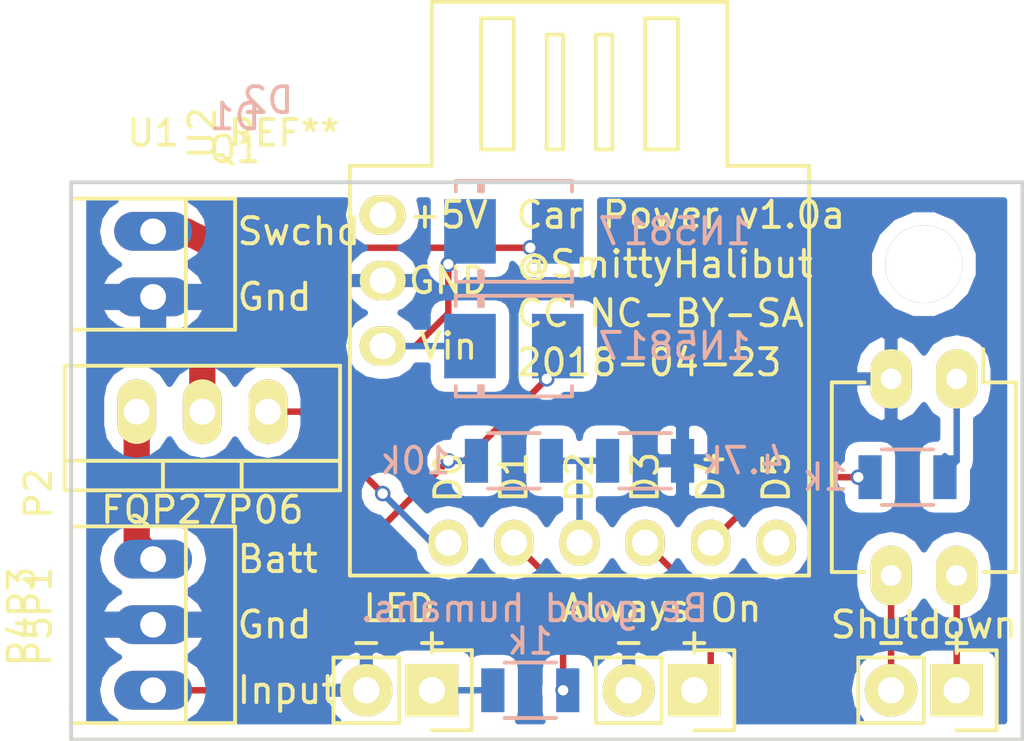
<source format=kicad_pcb>
(kicad_pcb (version 4) (host pcbnew 4.0.2+dfsg1-stable)

  (general
    (links 23)
    (no_connects 0)
    (area 126.51 57.509999 166.505001 86.435001)
    (thickness 1.6)
    (drawings 33)
    (tracks 65)
    (zones 0)
    (modules 15)
    (nets 17)
  )

  (page A4)
  (layers
    (0 F.Cu signal)
    (31 B.Cu signal)
    (32 B.Adhes user)
    (33 F.Adhes user)
    (34 B.Paste user)
    (35 F.Paste user)
    (36 B.SilkS user)
    (37 F.SilkS user)
    (38 B.Mask user)
    (39 F.Mask user)
    (40 Dwgs.User user)
    (41 Cmts.User user)
    (42 Eco1.User user)
    (43 Eco2.User user)
    (44 Edge.Cuts user)
    (45 Margin user)
    (46 B.CrtYd user)
    (47 F.CrtYd user)
    (48 B.Fab user)
    (49 F.Fab user)
  )

  (setup
    (last_trace_width 0.25)
    (trace_clearance 0.2)
    (zone_clearance 0.508)
    (zone_45_only no)
    (trace_min 0.2)
    (segment_width 0.2)
    (edge_width 0.15)
    (via_size 0.6)
    (via_drill 0.4)
    (via_min_size 0.4)
    (via_min_drill 0.3)
    (uvia_size 0.3)
    (uvia_drill 0.1)
    (uvias_allowed no)
    (uvia_min_size 0)
    (uvia_min_drill 0)
    (pcb_text_width 0.3)
    (pcb_text_size 1.5 1.5)
    (mod_edge_width 0.15)
    (mod_text_size 1 1)
    (mod_text_width 0.15)
    (pad_size 1.524 1.524)
    (pad_drill 0.762)
    (pad_to_mask_clearance 0.2)
    (aux_axis_origin 0 0)
    (visible_elements FFFFFF7F)
    (pcbplotparams
      (layerselection 0x00030_80000001)
      (usegerberextensions false)
      (excludeedgelayer true)
      (linewidth 0.100000)
      (plotframeref false)
      (viasonmask false)
      (mode 1)
      (useauxorigin false)
      (hpglpennumber 1)
      (hpglpenspeed 20)
      (hpglpendiameter 15)
      (hpglpenoverlay 2)
      (psnegative false)
      (psa4output false)
      (plotreference true)
      (plotvalue true)
      (plotinvisibletext false)
      (padsonsilk false)
      (subtractmaskfromsilk false)
      (outputformat 1)
      (mirror false)
      (drillshape 1)
      (scaleselection 1)
      (outputdirectory ""))
  )

  (net 0 "")
  (net 1 "Net-(D1-Pad1)")
  (net 2 Sense)
  (net 3 Switched)
  (net 4 "Net-(P1-Pad1)")
  (net 5 GND)
  (net 6 AlwaysOn)
  (net 7 "Net-(P4-Pad1)")
  (net 8 "Net-(P5-Pad1)")
  (net 9 "Net-(P5-Pad2)")
  (net 10 MOSFET)
  (net 11 LED)
  (net 12 "Net-(R1-Pad2)")
  (net 13 "Net-(R2-Pad2)")
  (net 14 "Net-(U1-Pad1)")
  (net 15 Shutdown)
  (net 16 "Net-(U1-Pad9)")

  (net_class Default "This is the default net class."
    (clearance 0.2)
    (trace_width 0.25)
    (via_dia 0.6)
    (via_drill 0.4)
    (uvia_dia 0.3)
    (uvia_drill 0.1)
    (add_net AlwaysOn)
    (add_net LED)
    (add_net MOSFET)
    (add_net "Net-(D1-Pad1)")
    (add_net "Net-(P4-Pad1)")
    (add_net "Net-(P5-Pad1)")
    (add_net "Net-(P5-Pad2)")
    (add_net "Net-(R1-Pad2)")
    (add_net "Net-(R2-Pad2)")
    (add_net "Net-(U1-Pad1)")
    (add_net "Net-(U1-Pad9)")
    (add_net Sense)
    (add_net Shutdown)
    (add_net Switched)
  )

  (net_class Power ""
    (clearance 0.2)
    (trace_width 1.016)
    (via_dia 0.6)
    (via_drill 0.4)
    (uvia_dia 0.3)
    (uvia_drill 0.1)
    (add_net GND)
    (add_net "Net-(P1-Pad1)")
  )

  (module Connect:PINHEAD1-3 (layer F.Cu) (tedit 5ADEA4B9) (tstamp 5ADE9F5E)
    (at 132.715 81.915 270)
    (path /5ADE9837)
    (attr virtual)
    (fp_text reference P1 (at -1.27 4.445 270) (layer F.SilkS)
      (effects (font (size 1 1) (thickness 0.15)))
    )
    (fp_text value "Power input" (at -17.145 4.445 270) (layer F.Fab)
      (effects (font (size 1 1) (thickness 0.15)))
    )
    (fp_line (start -3.81 -3.175) (end -3.81 3.175) (layer F.SilkS) (width 0.15))
    (fp_line (start 3.81 -3.175) (end 3.81 3.175) (layer F.SilkS) (width 0.15))
    (fp_line (start 3.81 -1.27) (end -3.81 -1.27) (layer F.SilkS) (width 0.15))
    (fp_line (start -3.81 -3.175) (end 3.81 -3.175) (layer F.SilkS) (width 0.15))
    (fp_line (start 3.81 3.175) (end -3.81 3.175) (layer F.SilkS) (width 0.15))
    (pad 1 thru_hole oval (at -2.54 0 270) (size 1.50622 3.01498) (drill 0.99822) (layers *.Cu *.Mask)
      (net 4 "Net-(P1-Pad1)"))
    (pad 2 thru_hole oval (at 0 0 270) (size 1.50622 3.01498) (drill 0.99822) (layers *.Cu *.Mask)
      (net 5 GND))
    (pad 3 thru_hole oval (at 2.54 0 270) (size 1.50622 3.01498) (drill 0.99822) (layers *.Cu *.Mask)
      (net 2 Sense))
  )

  (module Connect:PINHEAD1-2 (layer F.Cu) (tedit 5ADEA4D5) (tstamp 5ADE9F64)
    (at 132.715 67.945 270)
    (path /5ADE9894)
    (attr virtual)
    (fp_text reference P2 (at 8.89 4.445 270) (layer F.SilkS)
      (effects (font (size 1 1) (thickness 0.15)))
    )
    (fp_text value "Switched Output" (at 1.27 4.445 270) (layer F.Fab)
      (effects (font (size 1 1) (thickness 0.15)))
    )
    (fp_line (start 2.54 -1.27) (end -2.54 -1.27) (layer F.SilkS) (width 0.15))
    (fp_line (start 2.54 3.175) (end -2.54 3.175) (layer F.SilkS) (width 0.15))
    (fp_line (start -2.54 -3.175) (end 2.54 -3.175) (layer F.SilkS) (width 0.15))
    (fp_line (start -2.54 -3.175) (end -2.54 3.175) (layer F.SilkS) (width 0.15))
    (fp_line (start 2.54 -3.175) (end 2.54 3.175) (layer F.SilkS) (width 0.15))
    (pad 1 thru_hole oval (at -1.27 0 270) (size 1.50622 3.01498) (drill 0.99822) (layers *.Cu *.Mask)
      (net 3 Switched))
    (pad 2 thru_hole oval (at 1.27 0 270) (size 1.50622 3.01498) (drill 0.99822) (layers *.Cu *.Mask)
      (net 5 GND))
  )

  (module Pin_Headers:Pin_Header_Straight_1x02 (layer F.Cu) (tedit 5ADEA4C2) (tstamp 5ADE9F6A)
    (at 153.67 84.455 270)
    (descr "Through hole pin header")
    (tags "pin header")
    (path /5ADEA186)
    (fp_text reference P3 (at -3.81 26.035 270) (layer F.SilkS)
      (effects (font (size 1 1) (thickness 0.15)))
    )
    (fp_text value "Always On Switch" (at -10.16 26.035 270) (layer F.Fab)
      (effects (font (size 1 1) (thickness 0.15)))
    )
    (fp_line (start 1.27 1.27) (end 1.27 3.81) (layer F.SilkS) (width 0.15))
    (fp_line (start 1.55 -1.55) (end 1.55 0) (layer F.SilkS) (width 0.15))
    (fp_line (start -1.75 -1.75) (end -1.75 4.3) (layer F.CrtYd) (width 0.05))
    (fp_line (start 1.75 -1.75) (end 1.75 4.3) (layer F.CrtYd) (width 0.05))
    (fp_line (start -1.75 -1.75) (end 1.75 -1.75) (layer F.CrtYd) (width 0.05))
    (fp_line (start -1.75 4.3) (end 1.75 4.3) (layer F.CrtYd) (width 0.05))
    (fp_line (start 1.27 1.27) (end -1.27 1.27) (layer F.SilkS) (width 0.15))
    (fp_line (start -1.55 0) (end -1.55 -1.55) (layer F.SilkS) (width 0.15))
    (fp_line (start -1.55 -1.55) (end 1.55 -1.55) (layer F.SilkS) (width 0.15))
    (fp_line (start -1.27 1.27) (end -1.27 3.81) (layer F.SilkS) (width 0.15))
    (fp_line (start -1.27 3.81) (end 1.27 3.81) (layer F.SilkS) (width 0.15))
    (pad 1 thru_hole rect (at 0 0 270) (size 2.032 2.032) (drill 1.016) (layers *.Cu *.Mask F.SilkS)
      (net 6 AlwaysOn))
    (pad 2 thru_hole oval (at 0 2.54 270) (size 2.032 2.032) (drill 1.016) (layers *.Cu *.Mask F.SilkS)
      (net 5 GND))
    (model Pin_Headers.3dshapes/Pin_Header_Straight_1x02.wrl
      (at (xyz 0 -0.05 0))
      (scale (xyz 1 1 1))
      (rotate (xyz 0 0 90))
    )
  )

  (module Pin_Headers:Pin_Header_Straight_1x02 (layer F.Cu) (tedit 5ADEA4BE) (tstamp 5ADE9F70)
    (at 143.51 84.455 270)
    (descr "Through hole pin header")
    (tags "pin header")
    (path /5ADEA26E)
    (fp_text reference P4 (at -1.905 15.875 270) (layer F.SilkS)
      (effects (font (size 1 1) (thickness 0.15)))
    )
    (fp_text value "Status LED" (at -12.7 15.875 270) (layer F.Fab)
      (effects (font (size 1 1) (thickness 0.15)))
    )
    (fp_line (start 1.27 1.27) (end 1.27 3.81) (layer F.SilkS) (width 0.15))
    (fp_line (start 1.55 -1.55) (end 1.55 0) (layer F.SilkS) (width 0.15))
    (fp_line (start -1.75 -1.75) (end -1.75 4.3) (layer F.CrtYd) (width 0.05))
    (fp_line (start 1.75 -1.75) (end 1.75 4.3) (layer F.CrtYd) (width 0.05))
    (fp_line (start -1.75 -1.75) (end 1.75 -1.75) (layer F.CrtYd) (width 0.05))
    (fp_line (start -1.75 4.3) (end 1.75 4.3) (layer F.CrtYd) (width 0.05))
    (fp_line (start 1.27 1.27) (end -1.27 1.27) (layer F.SilkS) (width 0.15))
    (fp_line (start -1.55 0) (end -1.55 -1.55) (layer F.SilkS) (width 0.15))
    (fp_line (start -1.55 -1.55) (end 1.55 -1.55) (layer F.SilkS) (width 0.15))
    (fp_line (start -1.27 1.27) (end -1.27 3.81) (layer F.SilkS) (width 0.15))
    (fp_line (start -1.27 3.81) (end 1.27 3.81) (layer F.SilkS) (width 0.15))
    (pad 1 thru_hole rect (at 0 0 270) (size 2.032 2.032) (drill 1.016) (layers *.Cu *.Mask F.SilkS)
      (net 7 "Net-(P4-Pad1)"))
    (pad 2 thru_hole oval (at 0 2.54 270) (size 2.032 2.032) (drill 1.016) (layers *.Cu *.Mask F.SilkS)
      (net 5 GND))
    (model Pin_Headers.3dshapes/Pin_Header_Straight_1x02.wrl
      (at (xyz 0 -0.05 0))
      (scale (xyz 1 1 1))
      (rotate (xyz 0 0 90))
    )
  )

  (module Pin_Headers:Pin_Header_Straight_1x02 (layer F.Cu) (tedit 5ADEA665) (tstamp 5ADE9F76)
    (at 163.83 84.455 270)
    (descr "Through hole pin header")
    (tags "pin header")
    (path /5ADEA953)
    (fp_text reference P5 (at -1.905 35.56 270) (layer F.SilkS)
      (effects (font (size 1 1) (thickness 0.15)))
    )
    (fp_text value "Request Shutdown" (at -15.875 35.56 270) (layer F.Fab)
      (effects (font (size 1 1) (thickness 0.15)))
    )
    (fp_line (start 1.27 1.27) (end 1.27 3.81) (layer F.SilkS) (width 0.15))
    (fp_line (start 1.55 -1.55) (end 1.55 0) (layer F.SilkS) (width 0.15))
    (fp_line (start -1.75 -1.75) (end -1.75 4.3) (layer F.CrtYd) (width 0.05))
    (fp_line (start 1.75 -1.75) (end 1.75 4.3) (layer F.CrtYd) (width 0.05))
    (fp_line (start -1.75 -1.75) (end 1.75 -1.75) (layer F.CrtYd) (width 0.05))
    (fp_line (start -1.75 4.3) (end 1.75 4.3) (layer F.CrtYd) (width 0.05))
    (fp_line (start 1.27 1.27) (end -1.27 1.27) (layer F.SilkS) (width 0.15))
    (fp_line (start -1.55 0) (end -1.55 -1.55) (layer F.SilkS) (width 0.15))
    (fp_line (start -1.55 -1.55) (end 1.55 -1.55) (layer F.SilkS) (width 0.15))
    (fp_line (start -1.27 1.27) (end -1.27 3.81) (layer F.SilkS) (width 0.15))
    (fp_line (start -1.27 3.81) (end 1.27 3.81) (layer F.SilkS) (width 0.15))
    (pad 1 thru_hole rect (at 0 0 270) (size 2.032 2.032) (drill 1.016) (layers *.Cu *.Mask F.SilkS)
      (net 8 "Net-(P5-Pad1)"))
    (pad 2 thru_hole oval (at 0 2.54 270) (size 2.032 2.032) (drill 1.016) (layers *.Cu *.Mask F.SilkS)
      (net 9 "Net-(P5-Pad2)"))
    (model Pin_Headers.3dshapes/Pin_Header_Straight_1x02.wrl
      (at (xyz 0 -0.05 0))
      (scale (xyz 1 1 1))
      (rotate (xyz 0 0 90))
    )
  )

  (module TO_SOT_Packages_THT:TO-220_Neutral123_Vertical (layer F.Cu) (tedit 5ADEA4C8) (tstamp 5ADE9F7D)
    (at 134.62 73.66 180)
    (descr "TO-220, Neutral, Vertical,")
    (tags "TO-220, Neutral, Vertical,")
    (path /5ADE9991)
    (fp_text reference Q1 (at -1.27 10.16 180) (layer F.SilkS)
      (effects (font (size 1 1) (thickness 0.15)))
    )
    (fp_text value FQP27P06 (at -1.27 10.795 180) (layer F.Fab)
      (effects (font (size 1 1) (thickness 0.15)))
    )
    (fp_line (start -1.524 -3.048) (end -1.524 -1.905) (layer F.SilkS) (width 0.15))
    (fp_line (start 1.524 -3.048) (end 1.524 -1.905) (layer F.SilkS) (width 0.15))
    (fp_line (start 5.334 -1.905) (end 5.334 1.778) (layer F.SilkS) (width 0.15))
    (fp_line (start 5.334 1.778) (end -5.334 1.778) (layer F.SilkS) (width 0.15))
    (fp_line (start -5.334 1.778) (end -5.334 -1.905) (layer F.SilkS) (width 0.15))
    (fp_line (start 5.334 -3.048) (end 5.334 -1.905) (layer F.SilkS) (width 0.15))
    (fp_line (start 5.334 -1.905) (end -5.334 -1.905) (layer F.SilkS) (width 0.15))
    (fp_line (start -5.334 -1.905) (end -5.334 -3.048) (layer F.SilkS) (width 0.15))
    (fp_line (start 0 -3.048) (end -5.334 -3.048) (layer F.SilkS) (width 0.15))
    (fp_line (start 0 -3.048) (end 5.334 -3.048) (layer F.SilkS) (width 0.15))
    (pad 2 thru_hole oval (at 0 0 270) (size 2.49936 1.50114) (drill 1.00076) (layers *.Cu *.Mask F.SilkS)
      (net 3 Switched))
    (pad 1 thru_hole oval (at -2.54 0 270) (size 2.49936 1.50114) (drill 1.00076) (layers *.Cu *.Mask F.SilkS)
      (net 10 MOSFET))
    (pad 3 thru_hole oval (at 2.54 0 270) (size 2.49936 1.50114) (drill 1.00076) (layers *.Cu *.Mask F.SilkS)
      (net 4 "Net-(P1-Pad1)"))
    (model TO_SOT_Packages_THT.3dshapes/TO-220_Neutral123_Vertical.wrl
      (at (xyz 0 0 0))
      (scale (xyz 0.3937 0.3937 0.3937))
      (rotate (xyz 0 0 0))
    )
  )

  (module Libraries:R_1206_MTS (layer B.Cu) (tedit 5ADEA870) (tstamp 5ADE9F83)
    (at 161.925 76.2)
    (descr "Resistor SMD 1206, reflow soldering, Vishay (see dcrcw.pdf)")
    (tags "resistor 1206")
    (path /5ADEAA85)
    (attr smd)
    (fp_text reference R1 (at -27.305 -12.7) (layer B.Fab)
      (effects (font (size 1 1) (thickness 0.15)) (justify mirror))
    )
    (fp_text value 1k (at -3.175 0) (layer B.SilkS)
      (effects (font (size 1 1) (thickness 0.15)) (justify mirror))
    )
    (fp_line (start -2.2 1.2) (end 2.2 1.2) (layer B.CrtYd) (width 0.05))
    (fp_line (start -2.2 -1.2) (end 2.2 -1.2) (layer B.CrtYd) (width 0.05))
    (fp_line (start -2.2 1.2) (end -2.2 -1.2) (layer B.CrtYd) (width 0.05))
    (fp_line (start 2.2 1.2) (end 2.2 -1.2) (layer B.CrtYd) (width 0.05))
    (fp_line (start 1 -1.075) (end -1 -1.075) (layer B.SilkS) (width 0.15))
    (fp_line (start -1 1.075) (end 1 1.075) (layer B.SilkS) (width 0.15))
    (pad 1 smd rect (at -1.45 0) (size 0.9 1.7) (layers B.Cu B.Paste B.Mask)
      (net 15 Shutdown))
    (pad 2 smd rect (at 1.45 0) (size 0.9 1.7) (layers B.Cu B.Paste B.Mask)
      (net 12 "Net-(R1-Pad2)"))
    (model Resistors_SMD.3dshapes/R_1206.wrl
      (at (xyz 0 0 0))
      (scale (xyz 1 1 1))
      (rotate (xyz 0 0 0))
    )
  )

  (module Libraries:R_1206_MTS (layer B.Cu) (tedit 5ADEA4C5) (tstamp 5ADE9F89)
    (at 146.685 75.565)
    (descr "Resistor SMD 1206, reflow soldering, Vishay (see dcrcw.pdf)")
    (tags "resistor 1206")
    (path /5ADE9EF1)
    (attr smd)
    (fp_text reference R2 (at -8.89 -12.065) (layer B.Fab)
      (effects (font (size 1 1) (thickness 0.15)) (justify mirror))
    )
    (fp_text value 10k (at -3.81 0) (layer B.SilkS)
      (effects (font (size 1 1) (thickness 0.15)) (justify mirror))
    )
    (fp_line (start -2.2 1.2) (end 2.2 1.2) (layer B.CrtYd) (width 0.05))
    (fp_line (start -2.2 -1.2) (end 2.2 -1.2) (layer B.CrtYd) (width 0.05))
    (fp_line (start -2.2 1.2) (end -2.2 -1.2) (layer B.CrtYd) (width 0.05))
    (fp_line (start 2.2 1.2) (end 2.2 -1.2) (layer B.CrtYd) (width 0.05))
    (fp_line (start 1 -1.075) (end -1 -1.075) (layer B.SilkS) (width 0.15))
    (fp_line (start -1 1.075) (end 1 1.075) (layer B.SilkS) (width 0.15))
    (pad 1 smd rect (at -1.45 0) (size 0.9 1.7) (layers B.Cu B.Paste B.Mask)
      (net 2 Sense))
    (pad 2 smd rect (at 1.45 0) (size 0.9 1.7) (layers B.Cu B.Paste B.Mask)
      (net 13 "Net-(R2-Pad2)"))
    (model Resistors_SMD.3dshapes/R_1206.wrl
      (at (xyz 0 0 0))
      (scale (xyz 1 1 1))
      (rotate (xyz 0 0 0))
    )
  )

  (module Libraries:R_1206_MTS (layer B.Cu) (tedit 5ADEA4C4) (tstamp 5ADE9F8F)
    (at 151.765 75.565)
    (descr "Resistor SMD 1206, reflow soldering, Vishay (see dcrcw.pdf)")
    (tags "resistor 1206")
    (path /5ADE9F32)
    (attr smd)
    (fp_text reference R3 (at -15.875 -12.7) (layer B.Fab)
      (effects (font (size 1 1) (thickness 0.15)) (justify mirror))
    )
    (fp_text value 4.7k (at 3.81 0) (layer B.SilkS)
      (effects (font (size 1 1) (thickness 0.15)) (justify mirror))
    )
    (fp_line (start -2.2 1.2) (end 2.2 1.2) (layer B.CrtYd) (width 0.05))
    (fp_line (start -2.2 -1.2) (end 2.2 -1.2) (layer B.CrtYd) (width 0.05))
    (fp_line (start -2.2 1.2) (end -2.2 -1.2) (layer B.CrtYd) (width 0.05))
    (fp_line (start 2.2 1.2) (end 2.2 -1.2) (layer B.CrtYd) (width 0.05))
    (fp_line (start 1 -1.075) (end -1 -1.075) (layer B.SilkS) (width 0.15))
    (fp_line (start -1 1.075) (end 1 1.075) (layer B.SilkS) (width 0.15))
    (pad 1 smd rect (at -1.45 0) (size 0.9 1.7) (layers B.Cu B.Paste B.Mask)
      (net 13 "Net-(R2-Pad2)"))
    (pad 2 smd rect (at 1.45 0) (size 0.9 1.7) (layers B.Cu B.Paste B.Mask)
      (net 5 GND))
    (model Resistors_SMD.3dshapes/R_1206.wrl
      (at (xyz 0 0 0))
      (scale (xyz 1 1 1))
      (rotate (xyz 0 0 0))
    )
  )

  (module Libraries:R_1206_MTS (layer B.Cu) (tedit 5ADEA8D4) (tstamp 5ADE9F95)
    (at 147.32 84.455 180)
    (descr "Resistor SMD 1206, reflow soldering, Vishay (see dcrcw.pdf)")
    (tags "resistor 1206")
    (path /5ADEA2B0)
    (attr smd)
    (fp_text reference R4 (at 11.43 20.955 180) (layer B.Fab)
      (effects (font (size 1 1) (thickness 0.15)) (justify mirror))
    )
    (fp_text value 1k (at 0 1.905 180) (layer B.SilkS)
      (effects (font (size 1 1) (thickness 0.15)) (justify mirror))
    )
    (fp_line (start -2.2 1.2) (end 2.2 1.2) (layer B.CrtYd) (width 0.05))
    (fp_line (start -2.2 -1.2) (end 2.2 -1.2) (layer B.CrtYd) (width 0.05))
    (fp_line (start -2.2 1.2) (end -2.2 -1.2) (layer B.CrtYd) (width 0.05))
    (fp_line (start 2.2 1.2) (end 2.2 -1.2) (layer B.CrtYd) (width 0.05))
    (fp_line (start 1 -1.075) (end -1 -1.075) (layer B.SilkS) (width 0.15))
    (fp_line (start -1 1.075) (end 1 1.075) (layer B.SilkS) (width 0.15))
    (pad 1 smd rect (at -1.45 0 180) (size 0.9 1.7) (layers B.Cu B.Paste B.Mask)
      (net 11 LED))
    (pad 2 smd rect (at 1.45 0 180) (size 0.9 1.7) (layers B.Cu B.Paste B.Mask)
      (net 7 "Net-(P4-Pad1)"))
    (model Resistors_SMD.3dshapes/R_1206.wrl
      (at (xyz 0 0 0))
      (scale (xyz 1 1 1))
      (rotate (xyz 0 0 0))
    )
  )

  (module Libraries:DigiSpark (layer F.Cu) (tedit 5ADEA4C0) (tstamp 5ADE9FA2)
    (at 149.225 73.66)
    (path /5ADE97E2)
    (fp_text reference U1 (at -16.51 -10.795) (layer F.SilkS)
      (effects (font (size 1 1) (thickness 0.15)))
    )
    (fp_text value DigiSpark (at -13.335 -12.065) (layer F.Fab)
      (effects (font (size 1 1) (thickness 0.15)))
    )
    (fp_text user D5 (at 7.62 2.54 90) (layer F.SilkS)
      (effects (font (size 1 1) (thickness 0.15)))
    )
    (fp_text user D4 (at 5.08 2.54 90) (layer F.SilkS)
      (effects (font (size 1 1) (thickness 0.15)))
    )
    (fp_text user D3 (at 2.54 2.54 90) (layer F.SilkS)
      (effects (font (size 1 1) (thickness 0.15)))
    )
    (fp_text user D2 (at 0 2.54 90) (layer F.SilkS)
      (effects (font (size 1 1) (thickness 0.15)))
    )
    (fp_text user D1 (at -2.54 2.54 90) (layer F.SilkS)
      (effects (font (size 1 1) (thickness 0.15)))
    )
    (fp_text user D0 (at -5.08 2.54 90) (layer F.SilkS)
      (effects (font (size 1 1) (thickness 0.15)))
    )
    (fp_text user Vin (at -5.08 -2.54) (layer F.SilkS)
      (effects (font (size 1 1) (thickness 0.15)))
    )
    (fp_text user GND (at -5.08 -5.08) (layer F.SilkS)
      (effects (font (size 1 1) (thickness 0.15)))
    )
    (fp_text user +5V (at -5.08 -7.62) (layer F.SilkS)
      (effects (font (size 1 1) (thickness 0.15)))
    )
    (fp_line (start 2.54 -10.16) (end 2.54 -15.24) (layer F.SilkS) (width 0.15))
    (fp_line (start 2.54 -15.24) (end 3.81 -15.24) (layer F.SilkS) (width 0.15))
    (fp_line (start 3.81 -15.24) (end 3.81 -10.16) (layer F.SilkS) (width 0.15))
    (fp_line (start 3.81 -10.16) (end 2.54 -10.16) (layer F.SilkS) (width 0.15))
    (fp_line (start 0.635 -10.16) (end 1.27 -10.16) (layer F.SilkS) (width 0.15))
    (fp_line (start 1.27 -10.16) (end 1.27 -14.605) (layer F.SilkS) (width 0.15))
    (fp_line (start 1.27 -14.605) (end 0.635 -14.605) (layer F.SilkS) (width 0.15))
    (fp_line (start 0.635 -14.605) (end 0.635 -10.16) (layer F.SilkS) (width 0.15))
    (fp_line (start -0.635 -10.16) (end -0.635 -14.605) (layer F.SilkS) (width 0.15))
    (fp_line (start -0.635 -14.605) (end -1.27 -14.605) (layer F.SilkS) (width 0.15))
    (fp_line (start -1.27 -14.605) (end -1.27 -10.16) (layer F.SilkS) (width 0.15))
    (fp_line (start -1.27 -10.16) (end -0.635 -10.16) (layer F.SilkS) (width 0.15))
    (fp_line (start -3.81 -15.24) (end -3.81 -10.16) (layer F.SilkS) (width 0.15))
    (fp_line (start -3.81 -10.16) (end -2.54 -10.16) (layer F.SilkS) (width 0.15))
    (fp_line (start -2.54 -10.16) (end -2.54 -15.24) (layer F.SilkS) (width 0.15))
    (fp_line (start -2.54 -15.24) (end -3.81 -15.24) (layer F.SilkS) (width 0.15))
    (fp_line (start 8.89 6.35) (end -8.89 6.35) (layer F.SilkS) (width 0.15))
    (fp_line (start -8.89 6.35) (end -8.89 -9.525) (layer F.SilkS) (width 0.15))
    (fp_line (start -8.89 -9.525) (end -5.715 -9.525) (layer F.SilkS) (width 0.15))
    (fp_line (start -5.715 -9.525) (end -5.715 -15.875) (layer F.SilkS) (width 0.15))
    (fp_line (start -5.715 -15.875) (end 5.715 -15.875) (layer F.SilkS) (width 0.15))
    (fp_line (start 5.715 -15.875) (end 5.715 -9.525) (layer F.SilkS) (width 0.15))
    (fp_line (start 5.715 -9.525) (end 8.89 -9.525) (layer F.SilkS) (width 0.15))
    (fp_line (start 8.89 -9.525) (end 8.89 6.35) (layer F.SilkS) (width 0.15))
    (pad 1 thru_hole oval (at -7.62 -7.62) (size 1.778 1.524) (drill 1.016) (layers *.Cu *.Mask F.SilkS)
      (net 14 "Net-(U1-Pad1)"))
    (pad 2 thru_hole oval (at -7.62 -5.08) (size 1.778 1.524) (drill 1.016) (layers *.Cu *.Mask F.SilkS)
      (net 5 GND))
    (pad 3 thru_hole oval (at -7.62 -2.54) (size 1.778 1.524) (drill 1.016) (layers *.Cu *.Mask F.SilkS)
      (net 1 "Net-(D1-Pad1)"))
    (pad 4 thru_hole oval (at -5.08 5.08) (size 1.524 1.778) (drill 1.016) (layers *.Cu *.Mask F.SilkS)
      (net 10 MOSFET))
    (pad 5 thru_hole oval (at -2.54 5.08) (size 1.524 1.778) (drill 1.016) (layers *.Cu *.Mask F.SilkS)
      (net 11 LED))
    (pad 6 thru_hole oval (at 0 5.08) (size 1.524 1.778) (drill 1.016) (layers *.Cu *.Mask F.SilkS)
      (net 13 "Net-(R2-Pad2)"))
    (pad 7 thru_hole oval (at 2.54 5.08) (size 1.524 1.778) (drill 1.016) (layers *.Cu *.Mask F.SilkS)
      (net 6 AlwaysOn))
    (pad 8 thru_hole oval (at 5.08 5.08) (size 1.524 1.778) (drill 1.016) (layers *.Cu *.Mask F.SilkS)
      (net 15 Shutdown))
    (pad 9 thru_hole oval (at 7.62 5.08) (size 1.524 1.778) (drill 1.016) (layers *.Cu *.Mask F.SilkS)
      (net 16 "Net-(U1-Pad9)"))
  )

  (module Housings_DIP:DIP-4_W7.62mm_LongPads (layer F.Cu) (tedit 5ADEA8D6) (tstamp 5ADE9FAA)
    (at 163.83 72.39 270)
    (descr "4-lead dip package, row spacing 7.62 mm (300 mils), longer pads")
    (tags "dil dip 2.54 300")
    (path /5ADEA42C)
    (fp_text reference U2 (at -9.525 29.21 270) (layer F.SilkS)
      (effects (font (size 1 1) (thickness 0.15)))
    )
    (fp_text value LTV-817 (at 0.635 35.56 270) (layer F.Fab)
      (effects (font (size 1 1) (thickness 0.15)))
    )
    (fp_line (start -1.4 -2.45) (end -1.4 5) (layer F.CrtYd) (width 0.05))
    (fp_line (start 9 -2.45) (end 9 5) (layer F.CrtYd) (width 0.05))
    (fp_line (start -1.4 -2.45) (end 9 -2.45) (layer F.CrtYd) (width 0.05))
    (fp_line (start -1.4 5) (end 9 5) (layer F.CrtYd) (width 0.05))
    (fp_line (start 0.135 -2.295) (end 0.135 -1.025) (layer F.SilkS) (width 0.15))
    (fp_line (start 7.485 -2.295) (end 7.485 -1.025) (layer F.SilkS) (width 0.15))
    (fp_line (start 7.485 4.835) (end 7.485 3.565) (layer F.SilkS) (width 0.15))
    (fp_line (start 0.135 4.835) (end 0.135 3.565) (layer F.SilkS) (width 0.15))
    (fp_line (start 0.135 -2.295) (end 7.485 -2.295) (layer F.SilkS) (width 0.15))
    (fp_line (start 0.135 4.835) (end 7.485 4.835) (layer F.SilkS) (width 0.15))
    (fp_line (start 0.135 -1.025) (end -1.15 -1.025) (layer F.SilkS) (width 0.15))
    (pad 1 thru_hole oval (at 0 0 270) (size 2.3 1.6) (drill 0.8) (layers *.Cu *.Mask F.SilkS)
      (net 12 "Net-(R1-Pad2)"))
    (pad 2 thru_hole oval (at 0 2.54 270) (size 2.3 1.6) (drill 0.8) (layers *.Cu *.Mask F.SilkS)
      (net 5 GND))
    (pad 3 thru_hole oval (at 7.62 2.54 270) (size 2.3 1.6) (drill 0.8) (layers *.Cu *.Mask F.SilkS)
      (net 9 "Net-(P5-Pad2)"))
    (pad 4 thru_hole oval (at 7.62 0 270) (size 2.3 1.6) (drill 0.8) (layers *.Cu *.Mask F.SilkS)
      (net 8 "Net-(P5-Pad1)"))
    (model Housings_DIP.3dshapes/DIP-4_W7.62mm_LongPads.wrl
      (at (xyz 0 0 0))
      (scale (xyz 1 1 1))
      (rotate (xyz 0 0 0))
    )
  )

  (module Diodes_SMD:DO-214BA (layer B.Cu) (tedit 5ADEA4A5) (tstamp 5ADEA046)
    (at 146.685 71.12)
    (descr "Microsemi LSM115J")
    (tags "DO-214BA diode")
    (path /5ADE9DD4)
    (attr smd)
    (fp_text reference D1 (at -10.795 -8.89) (layer B.SilkS)
      (effects (font (size 1 1) (thickness 0.15)) (justify mirror))
    )
    (fp_text value 1N5719 (at -11.43 -8.89) (layer B.Fab)
      (effects (font (size 1 1) (thickness 0.15)) (justify mirror))
    )
    (fp_line (start -3 2.25) (end 3 2.25) (layer B.CrtYd) (width 0.05))
    (fp_line (start 3 2.25) (end 3 -2.25) (layer B.CrtYd) (width 0.05))
    (fp_line (start 3 -2.25) (end -3 -2.25) (layer B.CrtYd) (width 0.05))
    (fp_line (start -3 -2.25) (end -3 2.25) (layer B.CrtYd) (width 0.05))
    (fp_line (start -2.25 1.95) (end -2.25 1.55) (layer B.SilkS) (width 0.15))
    (fp_line (start -2.25 -1.95) (end -2.25 -1.55) (layer B.SilkS) (width 0.15))
    (fp_line (start 2.25 -1.95) (end 2.25 -1.55) (layer B.SilkS) (width 0.15))
    (fp_line (start 2.25 1.95) (end 2.25 1.55) (layer B.SilkS) (width 0.15))
    (fp_line (start -1.35 -1.95) (end -1.35 -1.55) (layer B.SilkS) (width 0.15))
    (fp_line (start -1.35 -1.55) (end -1.2 -1.55) (layer B.SilkS) (width 0.15))
    (fp_line (start -1.2 -1.55) (end -1.2 -1.95) (layer B.SilkS) (width 0.15))
    (fp_line (start -1.35 1.95) (end -1.35 1.55) (layer B.SilkS) (width 0.15))
    (fp_line (start -1.35 1.55) (end -1.2 1.55) (layer B.SilkS) (width 0.15))
    (fp_line (start -1.2 1.55) (end -1.2 1.95) (layer B.SilkS) (width 0.15))
    (fp_line (start -2.25 1.95) (end 2.25 1.95) (layer B.SilkS) (width 0.15))
    (fp_line (start 2.25 -1.95) (end -2.25 -1.95) (layer B.SilkS) (width 0.15))
    (pad 2 smd rect (at 1.7 0) (size 2 2.5) (layers B.Cu B.Paste B.Mask)
      (net 2 Sense))
    (pad 1 smd rect (at -1.7 0) (size 2 2.5) (layers B.Cu B.Paste B.Mask)
      (net 1 "Net-(D1-Pad1)"))
  )

  (module Diodes_SMD:DO-214BA (layer B.Cu) (tedit 5ADEA4A7) (tstamp 5ADEA04B)
    (at 146.685 66.675)
    (descr "Microsemi LSM115J")
    (tags "DO-214BA diode")
    (path /5ADE9E25)
    (attr smd)
    (fp_text reference D2 (at -9.525 -5.08) (layer B.SilkS)
      (effects (font (size 1 1) (thickness 0.15)) (justify mirror))
    )
    (fp_text value 1N5719 (at -10.16 -4.445) (layer B.Fab)
      (effects (font (size 1 1) (thickness 0.15)) (justify mirror))
    )
    (fp_line (start -3 2.25) (end 3 2.25) (layer B.CrtYd) (width 0.05))
    (fp_line (start 3 2.25) (end 3 -2.25) (layer B.CrtYd) (width 0.05))
    (fp_line (start 3 -2.25) (end -3 -2.25) (layer B.CrtYd) (width 0.05))
    (fp_line (start -3 -2.25) (end -3 2.25) (layer B.CrtYd) (width 0.05))
    (fp_line (start -2.25 1.95) (end -2.25 1.55) (layer B.SilkS) (width 0.15))
    (fp_line (start -2.25 -1.95) (end -2.25 -1.55) (layer B.SilkS) (width 0.15))
    (fp_line (start 2.25 -1.95) (end 2.25 -1.55) (layer B.SilkS) (width 0.15))
    (fp_line (start 2.25 1.95) (end 2.25 1.55) (layer B.SilkS) (width 0.15))
    (fp_line (start -1.35 -1.95) (end -1.35 -1.55) (layer B.SilkS) (width 0.15))
    (fp_line (start -1.35 -1.55) (end -1.2 -1.55) (layer B.SilkS) (width 0.15))
    (fp_line (start -1.2 -1.55) (end -1.2 -1.95) (layer B.SilkS) (width 0.15))
    (fp_line (start -1.35 1.95) (end -1.35 1.55) (layer B.SilkS) (width 0.15))
    (fp_line (start -1.35 1.55) (end -1.2 1.55) (layer B.SilkS) (width 0.15))
    (fp_line (start -1.2 1.55) (end -1.2 1.95) (layer B.SilkS) (width 0.15))
    (fp_line (start -2.25 1.95) (end 2.25 1.95) (layer B.SilkS) (width 0.15))
    (fp_line (start 2.25 -1.95) (end -2.25 -1.95) (layer B.SilkS) (width 0.15))
    (pad 2 smd rect (at 1.7 0) (size 2 2.5) (layers B.Cu B.Paste B.Mask)
      (net 3 Switched))
    (pad 1 smd rect (at -1.7 0) (size 2 2.5) (layers B.Cu B.Paste B.Mask)
      (net 1 "Net-(D1-Pad1)"))
  )

  (module Mounting_Holes:MountingHole_3mm (layer F.Cu) (tedit 5ADEA8D2) (tstamp 5ADEA7FD)
    (at 162.56 67.945)
    (descr "Mounting hole, Befestigungsbohrung, 3mm, No Annular, Kein Restring,")
    (tags "Mounting hole, Befestigungsbohrung, 3mm, No Annular, Kein Restring,")
    (fp_text reference REF** (at -24.765 -5.08) (layer F.SilkS)
      (effects (font (size 1 1) (thickness 0.15)))
    )
    (fp_text value MountingHole_3mm (at -26.035 -5.08) (layer F.Fab)
      (effects (font (size 1 1) (thickness 0.15)))
    )
    (fp_circle (center 0 0) (end 3 0) (layer Cmts.User) (width 0.381))
    (pad 1 thru_hole circle (at 0 0) (size 3 3) (drill 3) (layers))
  )

  (gr_text 2018-04-23 (at 146.685 71.755) (layer F.SilkS)
    (effects (font (size 1.016 1.016) (thickness 0.1524)) (justify left))
  )
  (gr_text "Be good humans." (at 154.305 81.28) (layer B.SilkS)
    (effects (font (size 1.016 1.016) (thickness 0.1524)) (justify left mirror))
  )
  (gr_text O (at 135.89 78.105) (layer B.Mask)
    (effects (font (size 1.016 1.016) (thickness 0.1524)) (justify mirror))
  )
  (gr_text o (at 136.525 81.28) (layer B.Mask)
    (effects (font (size 1.016 1.016) (thickness 0.1524)) (justify mirror))
  )
  (gr_text o (at 137.795 79.375) (layer B.Mask)
    (effects (font (size 1.016 1.016) (thickness 0.1524)) (justify mirror))
  )
  (gr_text <>< (at 136.525 83.82) (layer B.Mask)
    (effects (font (size 1.016 1.016) (thickness 0.1524)) (justify mirror))
  )
  (gr_text ><> (at 138.43 82.55) (layer B.Mask)
    (effects (font (size 1.016 1.016) (thickness 0.1524)) (justify mirror))
  )
  (gr_text "CC NC-BY-SA" (at 146.685 69.85) (layer F.SilkS)
    (effects (font (size 1.016 1.016) (thickness 0.1524)) (justify left))
  )
  (gr_text @SmittyHalibut (at 146.685 67.945) (layer F.SilkS)
    (effects (font (size 1.016 1.016) (thickness 0.1524)) (justify left))
  )
  (gr_text "Car Power v1.0a" (at 146.685 66.04) (layer F.SilkS)
    (effects (font (size 1.016 1.016) (thickness 0.1524)) (justify left))
  )
  (gr_text + (at 163.83 82.55) (layer F.SilkS)
    (effects (font (size 1.016 1.016) (thickness 0.1524)))
  )
  (gr_text - (at 161.29 82.55) (layer F.SilkS)
    (effects (font (size 1.016 1.016) (thickness 0.1524)))
  )
  (gr_text + (at 153.67 82.55) (layer F.SilkS)
    (effects (font (size 1.016 1.016) (thickness 0.1524)))
  )
  (gr_text - (at 151.13 82.55) (layer F.SilkS)
    (effects (font (size 1.016 1.016) (thickness 0.1524)))
  )
  (gr_text + (at 143.51 82.55) (layer F.SilkS)
    (effects (font (size 1.016 1.016) (thickness 0.1524)))
  )
  (gr_text - (at 140.97 82.55) (layer F.SilkS)
    (effects (font (size 1.016 1.016) (thickness 0.1524)))
  )
  (gr_line (start 129.54 85.09) (end 129.54 86.36) (angle 90) (layer Edge.Cuts) (width 0.15))
  (gr_line (start 166.37 85.09) (end 166.37 86.36) (angle 90) (layer Edge.Cuts) (width 0.15))
  (gr_text 1N5817 (at 149.86 71.12) (layer B.SilkS)
    (effects (font (size 1.016 1.016) (thickness 0.1524)) (justify right mirror))
  )
  (gr_text 1N5817 (at 149.86 66.675) (layer B.SilkS)
    (effects (font (size 1.016 1.016) (thickness 0.1524)) (justify right mirror))
  )
  (gr_text FQP27P06 (at 134.62 77.47) (layer F.SilkS)
    (effects (font (size 1.016 1.016) (thickness 0.1524)))
  )
  (gr_text Swchd (at 135.89 66.675) (layer F.SilkS)
    (effects (font (size 1.016 1.016) (thickness 0.1524)) (justify left))
  )
  (gr_text Gnd (at 135.89 69.215) (layer F.SilkS)
    (effects (font (size 1.016 1.016) (thickness 0.1524)) (justify left))
  )
  (gr_text Input (at 135.89 84.455) (layer F.SilkS)
    (effects (font (size 1.016 1.016) (thickness 0.1524)) (justify left))
  )
  (gr_text Gnd (at 135.89 81.915) (layer F.SilkS)
    (effects (font (size 1.016 1.016) (thickness 0.1524)) (justify left))
  )
  (gr_text Batt (at 135.89 79.375) (layer F.SilkS)
    (effects (font (size 1.016 1.016) (thickness 0.1524)) (justify left))
  )
  (gr_text Shutdown (at 162.56 81.915) (layer F.SilkS)
    (effects (font (size 1.016 1.016) (thickness 0.1524)))
  )
  (gr_text "Always On" (at 152.4 81.28) (layer F.SilkS)
    (effects (font (size 1.016 1.016) (thickness 0.1524)))
  )
  (gr_text LED (at 142.24 81.28) (layer F.SilkS)
    (effects (font (size 1.016 1.016) (thickness 0.1524)))
  )
  (gr_line (start 129.54 85.09) (end 129.54 64.77) (angle 90) (layer Edge.Cuts) (width 0.15))
  (gr_line (start 166.37 86.36) (end 129.54 86.36) (angle 90) (layer Edge.Cuts) (width 0.15))
  (gr_line (start 166.37 64.77) (end 166.37 85.09) (angle 90) (layer Edge.Cuts) (width 0.15))
  (gr_line (start 129.54 64.77) (end 166.37 64.77) (angle 90) (layer Edge.Cuts) (width 0.15))

  (segment (start 144.985 66.675) (end 144.985 67.105) (width 0.25) (layer B.Cu) (net 1))
  (segment (start 144.985 67.105) (end 144.145 67.945) (width 0.25) (layer B.Cu) (net 1) (tstamp 5ADEAD6C))
  (segment (start 142.875 71.12) (end 141.605 71.12) (width 0.25) (layer F.Cu) (net 1) (tstamp 5ADEAD80))
  (segment (start 144.145 69.85) (end 142.875 71.12) (width 0.25) (layer F.Cu) (net 1) (tstamp 5ADEAD72))
  (segment (start 144.145 67.945) (end 144.145 69.85) (width 0.25) (layer F.Cu) (net 1) (tstamp 5ADEAD71))
  (via (at 144.145 67.945) (size 0.6) (drill 0.4) (layers F.Cu B.Cu) (net 1))
  (segment (start 144.985 66.675) (end 144.985 67.74) (width 0.25) (layer B.Cu) (net 1))
  (segment (start 144.985 70.69) (end 144.985 71.12) (width 0.25) (layer B.Cu) (net 1) (tstamp 5ADEAD46))
  (segment (start 144.985 71.12) (end 141.605 71.12) (width 0.25) (layer B.Cu) (net 1) (tstamp 5ADEA335))
  (segment (start 144.145 75.565) (end 144.78 75.565) (width 0.25) (layer F.Cu) (net 2))
  (segment (start 147.955 72.39) (end 148.385 71.96) (width 0.25) (layer B.Cu) (net 2) (tstamp 5ADEA35F))
  (via (at 147.955 72.39) (size 0.6) (drill 0.4) (layers F.Cu B.Cu) (net 2))
  (segment (start 144.78 75.565) (end 147.955 72.39) (width 0.25) (layer F.Cu) (net 2) (tstamp 5ADEA357))
  (segment (start 148.385 71.96) (end 148.385 71.12) (width 0.25) (layer B.Cu) (net 2) (tstamp 5ADEA360))
  (segment (start 132.715 84.455) (end 133.985 84.455) (width 0.25) (layer F.Cu) (net 2) (status 10))
  (segment (start 144.145 75.565) (end 145.235 75.565) (width 0.25) (layer B.Cu) (net 2) (tstamp 5ADEA34C))
  (via (at 144.145 75.565) (size 0.6) (drill 0.4) (layers F.Cu B.Cu) (net 2))
  (segment (start 135.255 84.455) (end 144.145 75.565) (width 0.25) (layer F.Cu) (net 2) (tstamp 5ADEA348))
  (segment (start 133.985 84.455) (end 135.255 84.455) (width 0.25) (layer F.Cu) (net 2) (tstamp 5ADEA342))
  (segment (start 135.255 67.31) (end 147.32 67.31) (width 0.25) (layer F.Cu) (net 3))
  (segment (start 147.32 67.31) (end 147.955 66.675) (width 0.25) (layer B.Cu) (net 3) (tstamp 5ADEA46E))
  (via (at 147.32 67.31) (size 0.6) (drill 0.4) (layers F.Cu B.Cu) (net 3))
  (segment (start 147.955 66.675) (end 148.385 66.675) (width 0.25) (layer B.Cu) (net 3) (tstamp 5ADEA46F))
  (segment (start 134.62 73.66) (end 134.62 71.755) (width 1.016) (layer F.Cu) (net 3) (status 10))
  (segment (start 135.255 67.31) (end 133.985 66.675) (width 1.016) (layer F.Cu) (net 3) (tstamp 5ADEA2EE) (status 20))
  (segment (start 135.255 71.12) (end 135.255 67.31) (width 1.016) (layer F.Cu) (net 3) (tstamp 5ADEA2EC))
  (segment (start 134.62 71.755) (end 135.255 71.12) (width 1.016) (layer F.Cu) (net 3) (tstamp 5ADEA2E8))
  (segment (start 133.985 66.675) (end 132.715 66.675) (width 1.016) (layer F.Cu) (net 3) (tstamp 5ADEA2F0) (status 30))
  (segment (start 132.715 79.375) (end 132.08 78.74) (width 1.016) (layer F.Cu) (net 4) (status 30))
  (segment (start 132.08 78.74) (end 132.08 73.66) (width 1.016) (layer F.Cu) (net 4) (tstamp 5ADEA2E3) (status 20))
  (segment (start 132.715 81.915) (end 135.255 81.915) (width 1.016) (layer B.Cu) (net 5) (status 10))
  (segment (start 132.715 81.915) (end 130.81 81.915) (width 1.016) (layer B.Cu) (net 5) (status 10))
  (segment (start 132.715 69.215) (end 130.81 69.215) (width 1.016) (layer B.Cu) (net 5) (status 10))
  (segment (start 132.715 69.215) (end 135.255 69.215) (width 1.016) (layer B.Cu) (net 5) (status 10))
  (segment (start 132.715 69.215) (end 132.715 70.485) (width 1.016) (layer B.Cu) (net 5) (status 10))
  (segment (start 151.765 78.74) (end 154.305 81.28) (width 0.25) (layer F.Cu) (net 6))
  (segment (start 154.305 81.28) (end 154.305 84.455) (width 0.25) (layer F.Cu) (net 6) (tstamp 5ADEA399) (status 20))
  (segment (start 144.145 84.455) (end 146.05 84.455) (width 0.25) (layer B.Cu) (net 7) (status 20))
  (segment (start 163.83 80.01) (end 163.83 80.645) (width 0.25) (layer F.Cu) (net 8) (status 10))
  (segment (start 163.83 80.645) (end 163.83 84.455) (width 0.25) (layer F.Cu) (net 8) (tstamp 5ADEA3DA) (status 20))
  (segment (start 161.29 80.01) (end 161.29 80.645) (width 0.25) (layer F.Cu) (net 9) (status 30))
  (segment (start 161.29 80.645) (end 161.29 84.455) (width 0.25) (layer F.Cu) (net 9) (tstamp 5ADEA3E1) (status 20))
  (segment (start 161.29 80.645) (end 161.29 80.645) (width 0.25) (layer F.Cu) (net 9) (tstamp 5ADEA3DF) (status 10))
  (segment (start 144.145 78.74) (end 143.51 78.74) (width 0.25) (layer B.Cu) (net 10))
  (segment (start 143.51 78.74) (end 141.605 76.835) (width 0.25) (layer B.Cu) (net 10) (tstamp 5ADEA37A))
  (via (at 141.605 76.835) (size 0.6) (drill 0.4) (layers F.Cu B.Cu) (net 10))
  (segment (start 141.605 76.835) (end 138.43 73.66) (width 0.25) (layer F.Cu) (net 10) (tstamp 5ADEA37F) (status 20))
  (segment (start 138.43 73.66) (end 137.16 73.66) (width 0.25) (layer F.Cu) (net 10) (tstamp 5ADEA380) (status 30))
  (segment (start 148.59 84.455) (end 148.59 84.455) (width 0.25) (layer B.Cu) (net 11) (status 30))
  (segment (start 146.685 78.74) (end 148.59 80.645) (width 0.25) (layer F.Cu) (net 11))
  (segment (start 148.59 84.455) (end 148.77 84.455) (width 0.25) (layer B.Cu) (net 11) (tstamp 5ADEA3B0) (status 30))
  (via (at 148.59 84.455) (size 0.6) (drill 0.4) (layers F.Cu B.Cu) (net 11) (status 30))
  (segment (start 148.59 80.645) (end 148.59 84.455) (width 0.25) (layer F.Cu) (net 11) (tstamp 5ADEA3A9))
  (segment (start 163.375 76.2) (end 163.375 76.02) (width 0.25) (layer B.Cu) (net 12))
  (segment (start 163.375 76.02) (end 163.83 75.565) (width 0.25) (layer B.Cu) (net 12) (tstamp 5ADEA900))
  (segment (start 163.83 75.565) (end 163.83 72.39) (width 0.25) (layer B.Cu) (net 12) (tstamp 5ADEA901))
  (segment (start 163.375 76.2) (end 163.375 75.385) (width 0.25) (layer B.Cu) (net 12) (status 30))
  (segment (start 149.225 75.565) (end 149.225 78.74) (width 0.25) (layer B.Cu) (net 13))
  (segment (start 148.135 75.565) (end 149.225 75.565) (width 0.25) (layer B.Cu) (net 13))
  (segment (start 149.225 75.565) (end 150.315 75.565) (width 0.25) (layer B.Cu) (net 13) (tstamp 5ADEA329))
  (segment (start 154.305 78.74) (end 156.845 76.2) (width 0.25) (layer F.Cu) (net 15))
  (segment (start 160.02 76.2) (end 160.475 76.2) (width 0.25) (layer B.Cu) (net 15) (tstamp 5ADEA7CF) (status 20))
  (via (at 160.02 76.2) (size 0.6) (drill 0.4) (layers F.Cu B.Cu) (net 15))
  (segment (start 156.845 76.2) (end 160.02 76.2) (width 0.25) (layer F.Cu) (net 15) (tstamp 5ADEA7CB))
  (segment (start 160.475 76.38) (end 160.475 76.2) (width 0.25) (layer B.Cu) (net 15) (tstamp 5ADEA3F7) (status 30))

  (zone (net 5) (net_name GND) (layer B.Cu) (tstamp 5ADEA26A) (hatch edge 0.508)
    (connect_pads (clearance 0.508))
    (min_thickness 0.254)
    (fill yes (arc_segments 16) (thermal_gap 0.508) (thermal_bridge_width 0.508))
    (polygon
      (pts
        (xy 129.54 64.77) (xy 166.37 64.77) (xy 166.37 86.36) (xy 129.54 86.36)
      )
    )
    (filled_polygon
      (pts
        (xy 130.937104 65.693458) (xy 130.6362 66.143793) (xy 130.530536 66.675) (xy 130.6362 67.206207) (xy 130.937104 67.656542)
        (xy 131.387439 67.957446) (xy 131.390306 67.958016) (xy 131.312081 67.981154) (xy 130.889276 68.32326) (xy 130.629573 68.801125)
        (xy 130.615217 68.873326) (xy 130.737838 69.088) (xy 132.588 69.088) (xy 132.588 69.068) (xy 132.842 69.068)
        (xy 132.842 69.088) (xy 134.692162 69.088) (xy 134.814783 68.873326) (xy 134.800427 68.801125) (xy 134.540724 68.32326)
        (xy 134.117919 67.981154) (xy 134.039694 67.958016) (xy 134.042561 67.957446) (xy 134.492896 67.656542) (xy 134.7938 67.206207)
        (xy 134.899464 66.675) (xy 134.7938 66.143793) (xy 134.492896 65.693458) (xy 134.173433 65.48) (xy 140.174449 65.48)
        (xy 140.157483 65.505391) (xy 140.051143 66.04) (xy 140.157483 66.574609) (xy 140.460315 67.027828) (xy 140.910794 67.328829)
        (xy 140.748069 67.388861) (xy 140.347803 67.758864) (xy 140.12378 68.23693) (xy 140.24628 68.453) (xy 141.478 68.453)
        (xy 141.478 68.433) (xy 141.732 68.433) (xy 141.732 68.453) (xy 142.96372 68.453) (xy 143.08622 68.23693)
        (xy 142.862197 67.758864) (xy 142.461931 67.388861) (xy 142.299206 67.328829) (xy 142.749685 67.027828) (xy 143.052517 66.574609)
        (xy 143.158857 66.04) (xy 143.052517 65.505391) (xy 143.035551 65.48) (xy 143.33756 65.48) (xy 143.33756 67.451394)
        (xy 143.210162 67.758201) (xy 143.209838 68.130167) (xy 143.351883 68.473943) (xy 143.614673 68.737192) (xy 143.958201 68.879838)
        (xy 144.330167 68.880162) (xy 144.673943 68.738117) (xy 144.839909 68.57244) (xy 145.985 68.57244) (xy 146.220317 68.528162)
        (xy 146.436441 68.38909) (xy 146.581431 68.17689) (xy 146.629126 67.941365) (xy 146.766541 68.079019) (xy 146.781838 68.160317)
        (xy 146.92091 68.376441) (xy 147.13311 68.521431) (xy 147.385 68.57244) (xy 149.385 68.57244) (xy 149.620317 68.528162)
        (xy 149.836441 68.38909) (xy 149.850977 68.367815) (xy 160.42463 68.367815) (xy 160.74898 69.1528) (xy 161.349041 69.753909)
        (xy 162.133459 70.079628) (xy 162.982815 70.08037) (xy 163.7678 69.75602) (xy 164.368909 69.155959) (xy 164.694628 68.371541)
        (xy 164.69537 67.522185) (xy 164.37102 66.7372) (xy 163.770959 66.136091) (xy 162.986541 65.810372) (xy 162.137185 65.80963)
        (xy 161.3522 66.13398) (xy 160.751091 66.734041) (xy 160.425372 67.518459) (xy 160.42463 68.367815) (xy 149.850977 68.367815)
        (xy 149.981431 68.17689) (xy 150.03244 67.925) (xy 150.03244 65.48) (xy 165.66 65.48) (xy 165.66 85.65)
        (xy 165.457192 85.65) (xy 165.49344 85.471) (xy 165.49344 83.439) (xy 165.449162 83.203683) (xy 165.31009 82.987559)
        (xy 165.09789 82.842569) (xy 164.846 82.79156) (xy 162.814 82.79156) (xy 162.578683 82.835838) (xy 162.362559 82.97491)
        (xy 162.260802 83.123837) (xy 161.92181 82.89733) (xy 161.29 82.771655) (xy 160.65819 82.89733) (xy 160.122567 83.255222)
        (xy 159.764675 83.790845) (xy 159.639 84.422655) (xy 159.639 84.487345) (xy 159.764675 85.119155) (xy 160.119374 85.65)
        (xy 155.297192 85.65) (xy 155.33344 85.471) (xy 155.33344 83.439) (xy 155.289162 83.203683) (xy 155.15009 82.987559)
        (xy 154.93789 82.842569) (xy 154.686 82.79156) (xy 152.654 82.79156) (xy 152.418683 82.835838) (xy 152.202559 82.97491)
        (xy 152.09116 83.137948) (xy 151.994818 83.048615) (xy 151.512944 82.849025) (xy 151.257 82.968164) (xy 151.257 84.328)
        (xy 151.277 84.328) (xy 151.277 84.582) (xy 151.257 84.582) (xy 151.257 84.602) (xy 151.003 84.602)
        (xy 151.003 84.582) (xy 150.983 84.582) (xy 150.983 84.328) (xy 151.003 84.328) (xy 151.003 82.968164)
        (xy 150.747056 82.849025) (xy 150.265182 83.048615) (xy 149.837388 83.445288) (xy 149.823162 83.369683) (xy 149.68409 83.153559)
        (xy 149.47189 83.008569) (xy 149.22 82.95756) (xy 148.32 82.95756) (xy 148.084683 83.001838) (xy 147.868559 83.14091)
        (xy 147.723569 83.35311) (xy 147.67256 83.605) (xy 147.67256 84.226302) (xy 147.655162 84.268201) (xy 147.654838 84.640167)
        (xy 147.67256 84.683058) (xy 147.67256 85.305) (xy 147.716838 85.540317) (xy 147.787417 85.65) (xy 146.852812 85.65)
        (xy 146.916431 85.55689) (xy 146.96744 85.305) (xy 146.96744 83.605) (xy 146.923162 83.369683) (xy 146.78409 83.153559)
        (xy 146.57189 83.008569) (xy 146.32 82.95756) (xy 145.42 82.95756) (xy 145.184683 83.001838) (xy 145.053569 83.086208)
        (xy 144.99009 82.987559) (xy 144.77789 82.842569) (xy 144.526 82.79156) (xy 142.494 82.79156) (xy 142.258683 82.835838)
        (xy 142.042559 82.97491) (xy 141.93116 83.137948) (xy 141.834818 83.048615) (xy 141.352944 82.849025) (xy 141.097 82.968164)
        (xy 141.097 84.328) (xy 141.117 84.328) (xy 141.117 84.582) (xy 141.097 84.582) (xy 141.097 84.602)
        (xy 140.843 84.602) (xy 140.843 84.582) (xy 139.482633 84.582) (xy 139.364017 84.837946) (xy 139.632812 85.423379)
        (xy 139.877213 85.65) (xy 134.173433 85.65) (xy 134.492896 85.436542) (xy 134.7938 84.986207) (xy 134.899464 84.455)
        (xy 134.823292 84.072054) (xy 139.364017 84.072054) (xy 139.482633 84.328) (xy 140.843 84.328) (xy 140.843 82.968164)
        (xy 140.587056 82.849025) (xy 140.105182 83.048615) (xy 139.632812 83.486621) (xy 139.364017 84.072054) (xy 134.823292 84.072054)
        (xy 134.7938 83.923793) (xy 134.492896 83.473458) (xy 134.042561 83.172554) (xy 134.039694 83.171984) (xy 134.117919 83.148846)
        (xy 134.540724 82.80674) (xy 134.800427 82.328875) (xy 134.814783 82.256674) (xy 134.692162 82.042) (xy 132.842 82.042)
        (xy 132.842 82.062) (xy 132.588 82.062) (xy 132.588 82.042) (xy 130.737838 82.042) (xy 130.615217 82.256674)
        (xy 130.629573 82.328875) (xy 130.889276 82.80674) (xy 131.312081 83.148846) (xy 131.390306 83.171984) (xy 131.387439 83.172554)
        (xy 130.937104 83.473458) (xy 130.6362 83.923793) (xy 130.530536 84.455) (xy 130.6362 84.986207) (xy 130.937104 85.436542)
        (xy 131.256567 85.65) (xy 130.25 85.65) (xy 130.25 79.375) (xy 130.530536 79.375) (xy 130.6362 79.906207)
        (xy 130.937104 80.356542) (xy 131.387439 80.657446) (xy 131.390306 80.658016) (xy 131.312081 80.681154) (xy 130.889276 81.02326)
        (xy 130.629573 81.501125) (xy 130.615217 81.573326) (xy 130.737838 81.788) (xy 132.588 81.788) (xy 132.588 81.768)
        (xy 132.842 81.768) (xy 132.842 81.788) (xy 134.692162 81.788) (xy 134.814783 81.573326) (xy 134.800427 81.501125)
        (xy 134.540724 81.02326) (xy 134.117919 80.681154) (xy 134.039694 80.658016) (xy 134.042561 80.657446) (xy 134.492896 80.356542)
        (xy 134.7938 79.906207) (xy 134.899464 79.375) (xy 134.7938 78.843793) (xy 134.492896 78.393458) (xy 134.042561 78.092554)
        (xy 133.511354 77.98689) (xy 131.918646 77.98689) (xy 131.387439 78.092554) (xy 130.937104 78.393458) (xy 130.6362 78.843793)
        (xy 130.530536 79.375) (xy 130.25 79.375) (xy 130.25 77.020167) (xy 140.669838 77.020167) (xy 140.811883 77.363943)
        (xy 141.074673 77.627192) (xy 141.418201 77.769838) (xy 141.465077 77.769879) (xy 142.786721 79.091523) (xy 142.85434 79.431466)
        (xy 143.157172 79.884685) (xy 143.610391 80.187517) (xy 144.145 80.293857) (xy 144.679609 80.187517) (xy 145.132828 79.884685)
        (xy 145.415 79.462386) (xy 145.697172 79.884685) (xy 146.150391 80.187517) (xy 146.685 80.293857) (xy 147.219609 80.187517)
        (xy 147.672828 79.884685) (xy 147.955 79.462386) (xy 148.237172 79.884685) (xy 148.690391 80.187517) (xy 149.225 80.293857)
        (xy 149.759609 80.187517) (xy 150.212828 79.884685) (xy 150.495 79.462386) (xy 150.777172 79.884685) (xy 151.230391 80.187517)
        (xy 151.765 80.293857) (xy 152.299609 80.187517) (xy 152.752828 79.884685) (xy 153.035 79.462386) (xy 153.317172 79.884685)
        (xy 153.770391 80.187517) (xy 154.305 80.293857) (xy 154.839609 80.187517) (xy 155.292828 79.884685) (xy 155.575 79.462386)
        (xy 155.857172 79.884685) (xy 156.310391 80.187517) (xy 156.845 80.293857) (xy 157.379609 80.187517) (xy 157.832828 79.884685)
        (xy 158.006324 79.62503) (xy 159.855 79.62503) (xy 159.855 80.39497) (xy 159.964233 80.944121) (xy 160.275302 81.409668)
        (xy 160.740849 81.720737) (xy 161.29 81.82997) (xy 161.839151 81.720737) (xy 162.304698 81.409668) (xy 162.56 81.027582)
        (xy 162.815302 81.409668) (xy 163.280849 81.720737) (xy 163.83 81.82997) (xy 164.379151 81.720737) (xy 164.844698 81.409668)
        (xy 165.155767 80.944121) (xy 165.265 80.39497) (xy 165.265 79.62503) (xy 165.155767 79.075879) (xy 164.844698 78.610332)
        (xy 164.379151 78.299263) (xy 163.83 78.19003) (xy 163.280849 78.299263) (xy 162.815302 78.610332) (xy 162.56 78.992418)
        (xy 162.304698 78.610332) (xy 161.839151 78.299263) (xy 161.29 78.19003) (xy 160.740849 78.299263) (xy 160.275302 78.610332)
        (xy 159.964233 79.075879) (xy 159.855 79.62503) (xy 158.006324 79.62503) (xy 158.13566 79.431466) (xy 158.242 78.896857)
        (xy 158.242 78.583143) (xy 158.13566 78.048534) (xy 157.832828 77.595315) (xy 157.379609 77.292483) (xy 156.845 77.186143)
        (xy 156.310391 77.292483) (xy 155.857172 77.595315) (xy 155.575 78.017614) (xy 155.292828 77.595315) (xy 154.839609 77.292483)
        (xy 154.305 77.186143) (xy 153.770391 77.292483) (xy 153.317172 77.595315) (xy 153.035 78.017614) (xy 152.752828 77.595315)
        (xy 152.299609 77.292483) (xy 151.765 77.186143) (xy 151.230391 77.292483) (xy 150.777172 77.595315) (xy 150.495 78.017614)
        (xy 150.212828 77.595315) (xy 149.985 77.443085) (xy 149.985 77.06244) (xy 150.765 77.06244) (xy 151.000317 77.018162)
        (xy 151.216441 76.87909) (xy 151.361431 76.66689) (xy 151.41244 76.415) (xy 151.41244 75.85075) (xy 152.13 75.85075)
        (xy 152.13 76.54131) (xy 152.226673 76.774699) (xy 152.405302 76.953327) (xy 152.638691 77.05) (xy 152.92925 77.05)
        (xy 153.088 76.89125) (xy 153.088 75.692) (xy 153.342 75.692) (xy 153.342 76.89125) (xy 153.50075 77.05)
        (xy 153.791309 77.05) (xy 154.024698 76.953327) (xy 154.203327 76.774699) (xy 154.3 76.54131) (xy 154.3 76.385167)
        (xy 159.084838 76.385167) (xy 159.226883 76.728943) (xy 159.37756 76.879883) (xy 159.37756 77.05) (xy 159.421838 77.285317)
        (xy 159.56091 77.501441) (xy 159.77311 77.646431) (xy 160.025 77.69744) (xy 160.925 77.69744) (xy 161.160317 77.653162)
        (xy 161.376441 77.51409) (xy 161.521431 77.30189) (xy 161.57244 77.05) (xy 161.57244 75.35) (xy 161.528162 75.114683)
        (xy 161.38909 74.898559) (xy 161.17689 74.753569) (xy 160.925 74.70256) (xy 160.025 74.70256) (xy 159.789683 74.746838)
        (xy 159.573559 74.88591) (xy 159.428569 75.09811) (xy 159.37756 75.35) (xy 159.37756 75.520182) (xy 159.227808 75.669673)
        (xy 159.085162 76.013201) (xy 159.084838 76.385167) (xy 154.3 76.385167) (xy 154.3 75.85075) (xy 154.14125 75.692)
        (xy 153.342 75.692) (xy 153.088 75.692) (xy 152.28875 75.692) (xy 152.13 75.85075) (xy 151.41244 75.85075)
        (xy 151.41244 74.715) (xy 151.388674 74.58869) (xy 152.13 74.58869) (xy 152.13 75.27925) (xy 152.28875 75.438)
        (xy 153.088 75.438) (xy 153.088 74.23875) (xy 153.342 74.23875) (xy 153.342 75.438) (xy 154.14125 75.438)
        (xy 154.3 75.27925) (xy 154.3 74.58869) (xy 154.203327 74.355301) (xy 154.024698 74.176673) (xy 153.791309 74.08)
        (xy 153.50075 74.08) (xy 153.342 74.23875) (xy 153.088 74.23875) (xy 152.92925 74.08) (xy 152.638691 74.08)
        (xy 152.405302 74.176673) (xy 152.226673 74.355301) (xy 152.13 74.58869) (xy 151.388674 74.58869) (xy 151.368162 74.479683)
        (xy 151.22909 74.263559) (xy 151.01689 74.118569) (xy 150.765 74.06756) (xy 149.865 74.06756) (xy 149.629683 74.111838)
        (xy 149.413559 74.25091) (xy 149.268569 74.46311) (xy 149.225273 74.676911) (xy 149.188162 74.479683) (xy 149.04909 74.263559)
        (xy 148.83689 74.118569) (xy 148.585 74.06756) (xy 147.685 74.06756) (xy 147.449683 74.111838) (xy 147.233559 74.25091)
        (xy 147.088569 74.46311) (xy 147.03756 74.715) (xy 147.03756 76.415) (xy 147.081838 76.650317) (xy 147.22091 76.866441)
        (xy 147.43311 77.011431) (xy 147.685 77.06244) (xy 148.465 77.06244) (xy 148.465 77.443085) (xy 148.237172 77.595315)
        (xy 147.955 78.017614) (xy 147.672828 77.595315) (xy 147.219609 77.292483) (xy 146.685 77.186143) (xy 146.150391 77.292483)
        (xy 145.697172 77.595315) (xy 145.415 78.017614) (xy 145.132828 77.595315) (xy 144.679609 77.292483) (xy 144.145 77.186143)
        (xy 143.610391 77.292483) (xy 143.326785 77.481983) (xy 142.540122 76.69532) (xy 142.540162 76.649833) (xy 142.398117 76.306057)
        (xy 142.135327 76.042808) (xy 141.791799 75.900162) (xy 141.419833 75.899838) (xy 141.076057 76.041883) (xy 140.812808 76.304673)
        (xy 140.670162 76.648201) (xy 140.669838 77.020167) (xy 130.25 77.020167) (xy 130.25 75.750167) (xy 143.209838 75.750167)
        (xy 143.351883 76.093943) (xy 143.614673 76.357192) (xy 143.958201 76.499838) (xy 144.153555 76.500008) (xy 144.181838 76.650317)
        (xy 144.32091 76.866441) (xy 144.53311 77.011431) (xy 144.785 77.06244) (xy 145.685 77.06244) (xy 145.920317 77.018162)
        (xy 146.136441 76.87909) (xy 146.281431 76.66689) (xy 146.33244 76.415) (xy 146.33244 74.715) (xy 146.288162 74.479683)
        (xy 146.14909 74.263559) (xy 145.93689 74.118569) (xy 145.685 74.06756) (xy 144.785 74.06756) (xy 144.549683 74.111838)
        (xy 144.333559 74.25091) (xy 144.188569 74.46311) (xy 144.154771 74.630008) (xy 143.959833 74.629838) (xy 143.616057 74.771883)
        (xy 143.352808 75.034673) (xy 143.210162 75.378201) (xy 143.209838 75.750167) (xy 130.25 75.750167) (xy 130.25 73.123967)
        (xy 130.69443 73.123967) (xy 130.69443 74.196033) (xy 130.7999 74.726268) (xy 131.100254 75.175779) (xy 131.549765 75.476133)
        (xy 132.08 75.581603) (xy 132.610235 75.476133) (xy 133.059746 75.175779) (xy 133.35 74.741384) (xy 133.640254 75.175779)
        (xy 134.089765 75.476133) (xy 134.62 75.581603) (xy 135.150235 75.476133) (xy 135.599746 75.175779) (xy 135.89 74.741384)
        (xy 136.180254 75.175779) (xy 136.629765 75.476133) (xy 137.16 75.581603) (xy 137.690235 75.476133) (xy 138.139746 75.175779)
        (xy 138.4401 74.726268) (xy 138.54557 74.196033) (xy 138.54557 73.123967) (xy 138.4401 72.593732) (xy 138.139746 72.144221)
        (xy 137.690235 71.843867) (xy 137.16 71.738397) (xy 136.629765 71.843867) (xy 136.180254 72.144221) (xy 135.89 72.578616)
        (xy 135.599746 72.144221) (xy 135.150235 71.843867) (xy 134.62 71.738397) (xy 134.089765 71.843867) (xy 133.640254 72.144221)
        (xy 133.35 72.578616) (xy 133.059746 72.144221) (xy 132.610235 71.843867) (xy 132.08 71.738397) (xy 131.549765 71.843867)
        (xy 131.100254 72.144221) (xy 130.7999 72.593732) (xy 130.69443 73.123967) (xy 130.25 73.123967) (xy 130.25 71.12)
        (xy 140.051143 71.12) (xy 140.157483 71.654609) (xy 140.460315 72.107828) (xy 140.913534 72.41066) (xy 141.448143 72.517)
        (xy 141.761857 72.517) (xy 142.296466 72.41066) (xy 142.749685 72.107828) (xy 142.901915 71.88) (xy 143.33756 71.88)
        (xy 143.33756 72.37) (xy 143.381838 72.605317) (xy 143.52091 72.821441) (xy 143.73311 72.966431) (xy 143.985 73.01744)
        (xy 145.985 73.01744) (xy 146.220317 72.973162) (xy 146.436441 72.83409) (xy 146.581431 72.62189) (xy 146.63244 72.37)
        (xy 146.63244 69.87) (xy 146.73756 69.87) (xy 146.73756 72.37) (xy 146.781838 72.605317) (xy 146.92091 72.821441)
        (xy 147.13311 72.966431) (xy 147.22859 72.985766) (xy 147.424673 73.182192) (xy 147.768201 73.324838) (xy 148.140167 73.325162)
        (xy 148.483943 73.183117) (xy 148.649909 73.01744) (xy 149.385 73.01744) (xy 149.620317 72.973162) (xy 149.836441 72.83409)
        (xy 149.981431 72.62189) (xy 150.002671 72.517) (xy 159.855 72.517) (xy 159.855 72.867) (xy 160.012834 73.406483)
        (xy 160.365104 73.8445) (xy 160.858181 74.114367) (xy 160.940961 74.131904) (xy 161.163 74.009915) (xy 161.163 72.517)
        (xy 159.855 72.517) (xy 150.002671 72.517) (xy 150.03244 72.37) (xy 150.03244 71.913) (xy 159.855 71.913)
        (xy 159.855 72.263) (xy 161.163 72.263) (xy 161.163 70.770085) (xy 161.417 70.770085) (xy 161.417 72.263)
        (xy 161.437 72.263) (xy 161.437 72.517) (xy 161.417 72.517) (xy 161.417 74.009915) (xy 161.639039 74.131904)
        (xy 161.721819 74.114367) (xy 162.214896 73.8445) (xy 162.562851 73.411849) (xy 162.815302 73.789668) (xy 163.07 73.959852)
        (xy 163.07 74.692314) (xy 163.054666 74.70256) (xy 162.925 74.70256) (xy 162.689683 74.746838) (xy 162.473559 74.88591)
        (xy 162.328569 75.09811) (xy 162.27756 75.35) (xy 162.27756 77.05) (xy 162.321838 77.285317) (xy 162.46091 77.501441)
        (xy 162.67311 77.646431) (xy 162.925 77.69744) (xy 163.825 77.69744) (xy 164.060317 77.653162) (xy 164.276441 77.51409)
        (xy 164.421431 77.30189) (xy 164.47244 77.05) (xy 164.47244 75.945199) (xy 164.532148 75.85584) (xy 164.59 75.565)
        (xy 164.59 73.959852) (xy 164.844698 73.789668) (xy 165.155767 73.324121) (xy 165.265 72.77497) (xy 165.265 72.00503)
        (xy 165.155767 71.455879) (xy 164.844698 70.990332) (xy 164.379151 70.679263) (xy 163.83 70.57003) (xy 163.280849 70.679263)
        (xy 162.815302 70.990332) (xy 162.562851 71.368151) (xy 162.214896 70.9355) (xy 161.721819 70.665633) (xy 161.639039 70.648096)
        (xy 161.417 70.770085) (xy 161.163 70.770085) (xy 160.940961 70.648096) (xy 160.858181 70.665633) (xy 160.365104 70.9355)
        (xy 160.012834 71.373517) (xy 159.855 71.913) (xy 150.03244 71.913) (xy 150.03244 69.87) (xy 149.988162 69.634683)
        (xy 149.84909 69.418559) (xy 149.63689 69.273569) (xy 149.385 69.22256) (xy 147.385 69.22256) (xy 147.149683 69.266838)
        (xy 146.933559 69.40591) (xy 146.788569 69.61811) (xy 146.73756 69.87) (xy 146.63244 69.87) (xy 146.588162 69.634683)
        (xy 146.44909 69.418559) (xy 146.23689 69.273569) (xy 145.985 69.22256) (xy 143.985 69.22256) (xy 143.749683 69.266838)
        (xy 143.533559 69.40591) (xy 143.388569 69.61811) (xy 143.33756 69.87) (xy 143.33756 70.36) (xy 142.901915 70.36)
        (xy 142.749685 70.132172) (xy 142.299206 69.831171) (xy 142.461931 69.771139) (xy 142.862197 69.401136) (xy 143.08622 68.92307)
        (xy 142.96372 68.707) (xy 141.732 68.707) (xy 141.732 68.727) (xy 141.478 68.727) (xy 141.478 68.707)
        (xy 140.24628 68.707) (xy 140.12378 68.92307) (xy 140.347803 69.401136) (xy 140.748069 69.771139) (xy 140.910794 69.831171)
        (xy 140.460315 70.132172) (xy 140.157483 70.585391) (xy 140.051143 71.12) (xy 130.25 71.12) (xy 130.25 69.556674)
        (xy 130.615217 69.556674) (xy 130.629573 69.628875) (xy 130.889276 70.10674) (xy 131.312081 70.448846) (xy 131.83362 70.60311)
        (xy 132.588 70.60311) (xy 132.588 69.342) (xy 132.842 69.342) (xy 132.842 70.60311) (xy 133.59638 70.60311)
        (xy 134.117919 70.448846) (xy 134.540724 70.10674) (xy 134.800427 69.628875) (xy 134.814783 69.556674) (xy 134.692162 69.342)
        (xy 132.842 69.342) (xy 132.588 69.342) (xy 130.737838 69.342) (xy 130.615217 69.556674) (xy 130.25 69.556674)
        (xy 130.25 65.48) (xy 131.256567 65.48)
      )
    )
  )
)

</source>
